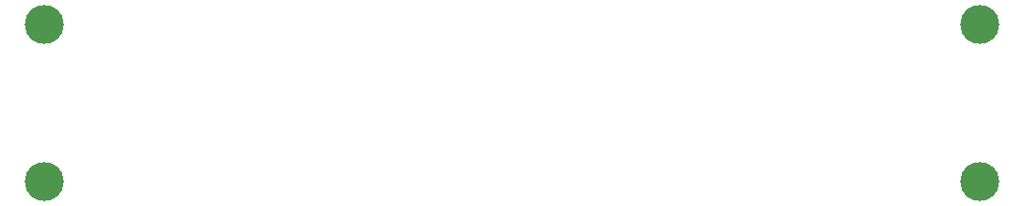
<source format=gtl>
G04 #@! TF.GenerationSoftware,KiCad,Pcbnew,(5.1.8)-1*
G04 #@! TF.CreationDate,2022-11-12T23:31:27+01:00*
G04 #@! TF.ProjectId,RetroPanel FP2,52657472-6f50-4616-9e65-6c204650322e,rev?*
G04 #@! TF.SameCoordinates,Original*
G04 #@! TF.FileFunction,Copper,L1,Top*
G04 #@! TF.FilePolarity,Positive*
%FSLAX46Y46*%
G04 Gerber Fmt 4.6, Leading zero omitted, Abs format (unit mm)*
G04 Created by KiCad (PCBNEW (5.1.8)-1) date 2022-11-12 23:31:27*
%MOMM*%
%LPD*%
G01*
G04 APERTURE LIST*
G04 #@! TA.AperFunction,ComponentPad*
%ADD10C,3.500000*%
G04 #@! TD*
G04 APERTURE END LIST*
D10*
X108687500Y-82575000D03*
X108687500Y-96725000D03*
X192812500Y-96725000D03*
X192812500Y-82575000D03*
M02*

</source>
